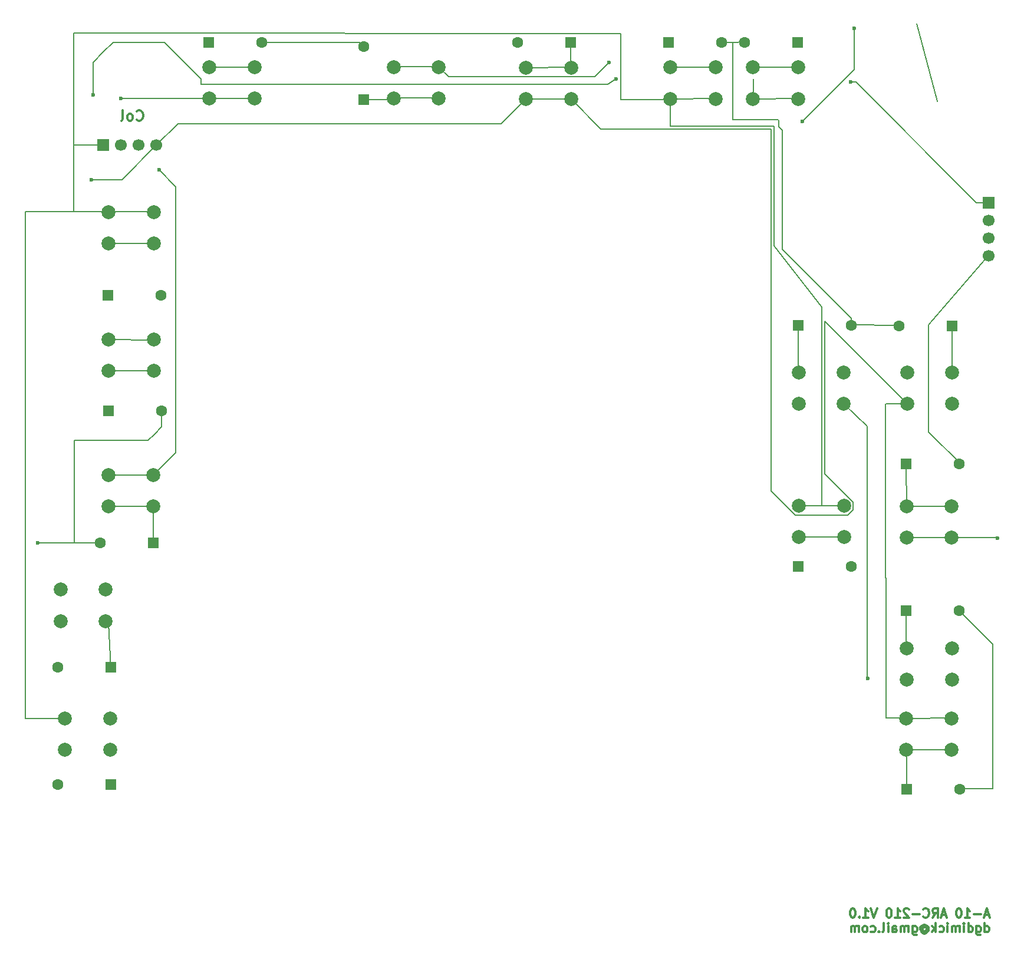
<source format=gbr>
%TF.GenerationSoftware,KiCad,Pcbnew,9.0.3*%
%TF.CreationDate,2025-07-23T06:43:18-06:00*%
%TF.ProjectId,ARC-210-Master-Board,4152432d-3231-4302-9d4d-61737465722d,rev?*%
%TF.SameCoordinates,Original*%
%TF.FileFunction,Copper,L2,Bot*%
%TF.FilePolarity,Positive*%
%FSLAX46Y46*%
G04 Gerber Fmt 4.6, Leading zero omitted, Abs format (unit mm)*
G04 Created by KiCad (PCBNEW 9.0.3) date 2025-07-23 06:43:18*
%MOMM*%
%LPD*%
G01*
G04 APERTURE LIST*
G04 Aperture macros list*
%AMRoundRect*
0 Rectangle with rounded corners*
0 $1 Rounding radius*
0 $2 $3 $4 $5 $6 $7 $8 $9 X,Y pos of 4 corners*
0 Add a 4 corners polygon primitive as box body*
4,1,4,$2,$3,$4,$5,$6,$7,$8,$9,$2,$3,0*
0 Add four circle primitives for the rounded corners*
1,1,$1+$1,$2,$3*
1,1,$1+$1,$4,$5*
1,1,$1+$1,$6,$7*
1,1,$1+$1,$8,$9*
0 Add four rect primitives between the rounded corners*
20,1,$1+$1,$2,$3,$4,$5,0*
20,1,$1+$1,$4,$5,$6,$7,0*
20,1,$1+$1,$6,$7,$8,$9,0*
20,1,$1+$1,$8,$9,$2,$3,0*%
G04 Aperture macros list end*
%TA.AperFunction,Conductor*%
%ADD10C,0.200000*%
%TD*%
%TA.AperFunction,NonConductor*%
%ADD11C,0.200000*%
%TD*%
%ADD12C,0.300000*%
%TA.AperFunction,NonConductor*%
%ADD13C,0.300000*%
%TD*%
%TA.AperFunction,ComponentPad*%
%ADD14C,2.000000*%
%TD*%
%TA.AperFunction,ComponentPad*%
%ADD15RoundRect,0.250000X-0.550000X-0.550000X0.550000X-0.550000X0.550000X0.550000X-0.550000X0.550000X0*%
%TD*%
%TA.AperFunction,ComponentPad*%
%ADD16C,1.600000*%
%TD*%
%TA.AperFunction,ComponentPad*%
%ADD17R,1.700000X1.700000*%
%TD*%
%TA.AperFunction,ComponentPad*%
%ADD18C,1.700000*%
%TD*%
%TA.AperFunction,ComponentPad*%
%ADD19RoundRect,0.250000X0.550000X0.550000X-0.550000X0.550000X-0.550000X-0.550000X0.550000X-0.550000X0*%
%TD*%
%TA.AperFunction,ComponentPad*%
%ADD20RoundRect,0.250000X0.550000X-0.550000X0.550000X0.550000X-0.550000X0.550000X-0.550000X-0.550000X0*%
%TD*%
%TA.AperFunction,ViaPad*%
%ADD21C,0.600000*%
%TD*%
G04 APERTURE END LIST*
D10*
%TO.N,Net-(D3-K)*%
X94210000Y-98200000D02*
X87790000Y-98200000D01*
%TO.N,Net-(D13-A)*%
X210290000Y-92220000D02*
X205530000Y-87570000D01*
%TO.N,Net-(J2-Pin_4)*%
X208960000Y-128640000D02*
X202580000Y-128650000D01*
%TO.N,Net-(J2-Pin_1)*%
X84880000Y-46340000D02*
X86990000Y-46340000D01*
%TO.N,Net-(D8-K)*%
X154150000Y-35100000D02*
X147670000Y-35190000D01*
%TO.N,Net-(D1-A)*%
X212376292Y-54570000D02*
X214130000Y-54600000D01*
X159450000Y-37610000D02*
X160460000Y-36920000D01*
%TO.N,Net-(J2-Pin_3)*%
X94190000Y-93690000D02*
X87810000Y-93690000D01*
%TO.N,Net-(J2-Pin_1)*%
X161290000Y-39800000D02*
X161290000Y-30309474D01*
%TO.N,Net-(D13-K)*%
X193390000Y-102650000D02*
X186860000Y-102650000D01*
%TO.N,Net-(D9-K)*%
X174970000Y-35150000D02*
X168440000Y-35170000D01*
%TO.N,Net-(D7-K)*%
X129190000Y-39545000D02*
X135540000Y-39520000D01*
%TO.N,Net-(J2-Pin_1)*%
X81510000Y-128660000D02*
X75790000Y-128680000D01*
X161290000Y-30309474D02*
X82760000Y-30260000D01*
%TO.N,Net-(D13-A)*%
X205530000Y-87570000D02*
X205530000Y-72147637D01*
X209930000Y-138800000D02*
X214780000Y-138800000D01*
%TO.N,Net-(D2-K)*%
X88120000Y-121340000D02*
X87740000Y-115000000D01*
%TO.N,Net-(J2-Pin_1)*%
X82760000Y-30260000D02*
X82760000Y-55840000D01*
%TO.N,Net-(D1-A)*%
X101040000Y-37620000D02*
X101040000Y-36810000D01*
%TO.N,Net-(J2-Pin_4)*%
X199380000Y-108460000D02*
X199400000Y-121090000D01*
%TO.N,Net-(D10-A)*%
X177410000Y-31610000D02*
X175670000Y-31610000D01*
%TO.N,Net-(D3-K)*%
X94180000Y-103420000D02*
X94180000Y-98199914D01*
%TO.N,Net-(J2-Pin_1)*%
X183300000Y-60820000D02*
X183300000Y-43579896D01*
X75790000Y-128680000D02*
X75770000Y-55870000D01*
X174960000Y-39650000D02*
X168400000Y-39680000D01*
%TO.N,Net-(J2-Pin_4)*%
X154110000Y-39660000D02*
X147470000Y-39660000D01*
%TO.N,Net-(D7-K)*%
X124380000Y-39770000D02*
X128740000Y-39770000D01*
%TO.N,Net-(J2-Pin_4)*%
X87770000Y-74270000D02*
X94300000Y-74360000D01*
%TO.N,Net-(J2-Pin_1)*%
X193388006Y-98150009D02*
X186990000Y-98150009D01*
%TO.N,Net-(D16-K)*%
X202350000Y-138850000D02*
X202350000Y-133159289D01*
%TO.N,Net-(J2-Pin_1)*%
X168460000Y-39750000D02*
X168460000Y-43587380D01*
X86990000Y-46340000D02*
X82770000Y-46340000D01*
%TO.N,Net-(D5-K)*%
X94260000Y-60420000D02*
X87790000Y-60420000D01*
%TO.N,Net-(J2-Pin_4)*%
X199380000Y-121090524D02*
X199380000Y-123890017D01*
%TO.N,Net-(D10-A)*%
X179130000Y-31530000D02*
X177410000Y-31610000D01*
%TO.N,Net-(J2-Pin_1)*%
X190189003Y-98150009D02*
X190189003Y-69594489D01*
%TO.N,Net-(D14-K)*%
X202260000Y-92160000D02*
X202350000Y-98200000D01*
%TO.N,Net-(D13-A)*%
X205570000Y-72020000D02*
X213640000Y-62700000D01*
%TO.N,Net-(D15-K)*%
X202300000Y-113160000D02*
X202300000Y-118712602D01*
%TO.N,Net-(J2-Pin_4)*%
X199370000Y-108430000D02*
X199370000Y-105350000D01*
X199380000Y-123880000D02*
X199380000Y-128590000D01*
%TO.N,Net-(D14-K)*%
X209040000Y-98180000D02*
X202490000Y-98210000D01*
%TO.N,Net-(J2-Pin_1)*%
X190189003Y-69594489D02*
X183300000Y-60820000D01*
%TO.N,Net-(J2-Pin_3)*%
X193330000Y-83470000D02*
X196720000Y-86650000D01*
%TO.N,Net-(D4-K)*%
X94270000Y-78770000D02*
X87820000Y-78770000D01*
%TO.N,Net-(D11-K)*%
X186790000Y-72240000D02*
X186790000Y-79160585D01*
%TO.N,Net-(J2-Pin_2)*%
X180330000Y-39510000D02*
X180330000Y-36819833D01*
%TO.N,Net-(J2-Pin_4)*%
X199380000Y-128590000D02*
X201610000Y-128590000D01*
%TO.N,Net-(J2-Pin_1)*%
X183300000Y-43579896D02*
X168460000Y-43587380D01*
%TO.N,Net-(J2-Pin_4)*%
X199370000Y-105350000D02*
X199370000Y-83510000D01*
%TO.N,Net-(J2-Pin_1)*%
X168460000Y-39750000D02*
X161289826Y-39750000D01*
X94300000Y-55870000D02*
X87770000Y-55830000D01*
%TO.N,Net-(D16-K)*%
X208830000Y-133150000D02*
X202260000Y-133160000D01*
%TO.N,Net-(D10-A)*%
X201240000Y-72230000D02*
X194340000Y-72160000D01*
%TO.N,Net-(J2-Pin_4)*%
X202490000Y-83510000D02*
X199380000Y-83510000D01*
%TO.N,Net-(J2-Pin_2)*%
X209090000Y-102710000D02*
X202770000Y-102680000D01*
%TO.N,Net-(J2-Pin_1)*%
X75770000Y-55870000D02*
X88180000Y-55870000D01*
%TO.N,Net-(D10-A)*%
X177410000Y-31610000D02*
X177410000Y-42630000D01*
%TO.N,Net-(D6-K)*%
X102250000Y-35120000D02*
X108840000Y-35120000D01*
%TO.N,Net-(D10-K)*%
X186850000Y-35150000D02*
X180310000Y-35160000D01*
D11*
X203850000Y-28850000D02*
X206790000Y-40070000D01*
D10*
%TO.N,Net-(J2-Pin_3)*%
X128680000Y-35045000D02*
X135270000Y-35045000D01*
%TO.N,Net-(J2-Pin_2)*%
X186790000Y-39650000D02*
X180290000Y-39670000D01*
D12*
D13*
X91798346Y-42667971D02*
X91869774Y-42739400D01*
X91869774Y-42739400D02*
X92084060Y-42810828D01*
X92084060Y-42810828D02*
X92226917Y-42810828D01*
X92226917Y-42810828D02*
X92441203Y-42739400D01*
X92441203Y-42739400D02*
X92584060Y-42596542D01*
X92584060Y-42596542D02*
X92655489Y-42453685D01*
X92655489Y-42453685D02*
X92726917Y-42167971D01*
X92726917Y-42167971D02*
X92726917Y-41953685D01*
X92726917Y-41953685D02*
X92655489Y-41667971D01*
X92655489Y-41667971D02*
X92584060Y-41525114D01*
X92584060Y-41525114D02*
X92441203Y-41382257D01*
X92441203Y-41382257D02*
X92226917Y-41310828D01*
X92226917Y-41310828D02*
X92084060Y-41310828D01*
X92084060Y-41310828D02*
X91869774Y-41382257D01*
X91869774Y-41382257D02*
X91798346Y-41453685D01*
X90941203Y-42810828D02*
X91084060Y-42739400D01*
X91084060Y-42739400D02*
X91155489Y-42667971D01*
X91155489Y-42667971D02*
X91226917Y-42525114D01*
X91226917Y-42525114D02*
X91226917Y-42096542D01*
X91226917Y-42096542D02*
X91155489Y-41953685D01*
X91155489Y-41953685D02*
X91084060Y-41882257D01*
X91084060Y-41882257D02*
X90941203Y-41810828D01*
X90941203Y-41810828D02*
X90726917Y-41810828D01*
X90726917Y-41810828D02*
X90584060Y-41882257D01*
X90584060Y-41882257D02*
X90512632Y-41953685D01*
X90512632Y-41953685D02*
X90441203Y-42096542D01*
X90441203Y-42096542D02*
X90441203Y-42525114D01*
X90441203Y-42525114D02*
X90512632Y-42667971D01*
X90512632Y-42667971D02*
X90584060Y-42739400D01*
X90584060Y-42739400D02*
X90726917Y-42810828D01*
X90726917Y-42810828D02*
X90941203Y-42810828D01*
X89584060Y-42810828D02*
X89726917Y-42739400D01*
X89726917Y-42739400D02*
X89798346Y-42596542D01*
X89798346Y-42596542D02*
X89798346Y-41310828D01*
D12*
D13*
X214205012Y-156900949D02*
X213585965Y-156900949D01*
X214328822Y-157272377D02*
X213895489Y-155972377D01*
X213895489Y-155972377D02*
X213462155Y-157272377D01*
X213028822Y-156777139D02*
X212038346Y-156777139D01*
X210738345Y-157272377D02*
X211481202Y-157272377D01*
X211109774Y-157272377D02*
X211109774Y-155972377D01*
X211109774Y-155972377D02*
X211233583Y-156158092D01*
X211233583Y-156158092D02*
X211357393Y-156281901D01*
X211357393Y-156281901D02*
X211481202Y-156343806D01*
X209933584Y-155972377D02*
X209809774Y-155972377D01*
X209809774Y-155972377D02*
X209685965Y-156034282D01*
X209685965Y-156034282D02*
X209624060Y-156096187D01*
X209624060Y-156096187D02*
X209562155Y-156219996D01*
X209562155Y-156219996D02*
X209500250Y-156467615D01*
X209500250Y-156467615D02*
X209500250Y-156777139D01*
X209500250Y-156777139D02*
X209562155Y-157024758D01*
X209562155Y-157024758D02*
X209624060Y-157148568D01*
X209624060Y-157148568D02*
X209685965Y-157210473D01*
X209685965Y-157210473D02*
X209809774Y-157272377D01*
X209809774Y-157272377D02*
X209933584Y-157272377D01*
X209933584Y-157272377D02*
X210057393Y-157210473D01*
X210057393Y-157210473D02*
X210119298Y-157148568D01*
X210119298Y-157148568D02*
X210181203Y-157024758D01*
X210181203Y-157024758D02*
X210243107Y-156777139D01*
X210243107Y-156777139D02*
X210243107Y-156467615D01*
X210243107Y-156467615D02*
X210181203Y-156219996D01*
X210181203Y-156219996D02*
X210119298Y-156096187D01*
X210119298Y-156096187D02*
X210057393Y-156034282D01*
X210057393Y-156034282D02*
X209933584Y-155972377D01*
X208014536Y-156900949D02*
X207395489Y-156900949D01*
X208138346Y-157272377D02*
X207705013Y-155972377D01*
X207705013Y-155972377D02*
X207271679Y-157272377D01*
X206095489Y-157272377D02*
X206528822Y-156653330D01*
X206838346Y-157272377D02*
X206838346Y-155972377D01*
X206838346Y-155972377D02*
X206343108Y-155972377D01*
X206343108Y-155972377D02*
X206219298Y-156034282D01*
X206219298Y-156034282D02*
X206157393Y-156096187D01*
X206157393Y-156096187D02*
X206095489Y-156219996D01*
X206095489Y-156219996D02*
X206095489Y-156405711D01*
X206095489Y-156405711D02*
X206157393Y-156529520D01*
X206157393Y-156529520D02*
X206219298Y-156591425D01*
X206219298Y-156591425D02*
X206343108Y-156653330D01*
X206343108Y-156653330D02*
X206838346Y-156653330D01*
X204795489Y-157148568D02*
X204857393Y-157210473D01*
X204857393Y-157210473D02*
X205043108Y-157272377D01*
X205043108Y-157272377D02*
X205166917Y-157272377D01*
X205166917Y-157272377D02*
X205352631Y-157210473D01*
X205352631Y-157210473D02*
X205476441Y-157086663D01*
X205476441Y-157086663D02*
X205538346Y-156962853D01*
X205538346Y-156962853D02*
X205600250Y-156715234D01*
X205600250Y-156715234D02*
X205600250Y-156529520D01*
X205600250Y-156529520D02*
X205538346Y-156281901D01*
X205538346Y-156281901D02*
X205476441Y-156158092D01*
X205476441Y-156158092D02*
X205352631Y-156034282D01*
X205352631Y-156034282D02*
X205166917Y-155972377D01*
X205166917Y-155972377D02*
X205043108Y-155972377D01*
X205043108Y-155972377D02*
X204857393Y-156034282D01*
X204857393Y-156034282D02*
X204795489Y-156096187D01*
X204238346Y-156777139D02*
X203247870Y-156777139D01*
X202690726Y-156096187D02*
X202628822Y-156034282D01*
X202628822Y-156034282D02*
X202505012Y-155972377D01*
X202505012Y-155972377D02*
X202195488Y-155972377D01*
X202195488Y-155972377D02*
X202071679Y-156034282D01*
X202071679Y-156034282D02*
X202009774Y-156096187D01*
X202009774Y-156096187D02*
X201947869Y-156219996D01*
X201947869Y-156219996D02*
X201947869Y-156343806D01*
X201947869Y-156343806D02*
X202009774Y-156529520D01*
X202009774Y-156529520D02*
X202752631Y-157272377D01*
X202752631Y-157272377D02*
X201947869Y-157272377D01*
X200709774Y-157272377D02*
X201452631Y-157272377D01*
X201081203Y-157272377D02*
X201081203Y-155972377D01*
X201081203Y-155972377D02*
X201205012Y-156158092D01*
X201205012Y-156158092D02*
X201328822Y-156281901D01*
X201328822Y-156281901D02*
X201452631Y-156343806D01*
X199905013Y-155972377D02*
X199781203Y-155972377D01*
X199781203Y-155972377D02*
X199657394Y-156034282D01*
X199657394Y-156034282D02*
X199595489Y-156096187D01*
X199595489Y-156096187D02*
X199533584Y-156219996D01*
X199533584Y-156219996D02*
X199471679Y-156467615D01*
X199471679Y-156467615D02*
X199471679Y-156777139D01*
X199471679Y-156777139D02*
X199533584Y-157024758D01*
X199533584Y-157024758D02*
X199595489Y-157148568D01*
X199595489Y-157148568D02*
X199657394Y-157210473D01*
X199657394Y-157210473D02*
X199781203Y-157272377D01*
X199781203Y-157272377D02*
X199905013Y-157272377D01*
X199905013Y-157272377D02*
X200028822Y-157210473D01*
X200028822Y-157210473D02*
X200090727Y-157148568D01*
X200090727Y-157148568D02*
X200152632Y-157024758D01*
X200152632Y-157024758D02*
X200214536Y-156777139D01*
X200214536Y-156777139D02*
X200214536Y-156467615D01*
X200214536Y-156467615D02*
X200152632Y-156219996D01*
X200152632Y-156219996D02*
X200090727Y-156096187D01*
X200090727Y-156096187D02*
X200028822Y-156034282D01*
X200028822Y-156034282D02*
X199905013Y-155972377D01*
X198109775Y-155972377D02*
X197676442Y-157272377D01*
X197676442Y-157272377D02*
X197243108Y-155972377D01*
X196128822Y-157272377D02*
X196871679Y-157272377D01*
X196500251Y-157272377D02*
X196500251Y-155972377D01*
X196500251Y-155972377D02*
X196624060Y-156158092D01*
X196624060Y-156158092D02*
X196747870Y-156281901D01*
X196747870Y-156281901D02*
X196871679Y-156343806D01*
X195571680Y-157148568D02*
X195509775Y-157210473D01*
X195509775Y-157210473D02*
X195571680Y-157272377D01*
X195571680Y-157272377D02*
X195633584Y-157210473D01*
X195633584Y-157210473D02*
X195571680Y-157148568D01*
X195571680Y-157148568D02*
X195571680Y-157272377D01*
X194705013Y-155972377D02*
X194581203Y-155972377D01*
X194581203Y-155972377D02*
X194457394Y-156034282D01*
X194457394Y-156034282D02*
X194395489Y-156096187D01*
X194395489Y-156096187D02*
X194333584Y-156219996D01*
X194333584Y-156219996D02*
X194271679Y-156467615D01*
X194271679Y-156467615D02*
X194271679Y-156777139D01*
X194271679Y-156777139D02*
X194333584Y-157024758D01*
X194333584Y-157024758D02*
X194395489Y-157148568D01*
X194395489Y-157148568D02*
X194457394Y-157210473D01*
X194457394Y-157210473D02*
X194581203Y-157272377D01*
X194581203Y-157272377D02*
X194705013Y-157272377D01*
X194705013Y-157272377D02*
X194828822Y-157210473D01*
X194828822Y-157210473D02*
X194890727Y-157148568D01*
X194890727Y-157148568D02*
X194952632Y-157024758D01*
X194952632Y-157024758D02*
X195014536Y-156777139D01*
X195014536Y-156777139D02*
X195014536Y-156467615D01*
X195014536Y-156467615D02*
X194952632Y-156219996D01*
X194952632Y-156219996D02*
X194890727Y-156096187D01*
X194890727Y-156096187D02*
X194828822Y-156034282D01*
X194828822Y-156034282D02*
X194705013Y-155972377D01*
X213585965Y-159365304D02*
X213585965Y-158065304D01*
X213585965Y-159303400D02*
X213709774Y-159365304D01*
X213709774Y-159365304D02*
X213957393Y-159365304D01*
X213957393Y-159365304D02*
X214081203Y-159303400D01*
X214081203Y-159303400D02*
X214143108Y-159241495D01*
X214143108Y-159241495D02*
X214205012Y-159117685D01*
X214205012Y-159117685D02*
X214205012Y-158746257D01*
X214205012Y-158746257D02*
X214143108Y-158622447D01*
X214143108Y-158622447D02*
X214081203Y-158560542D01*
X214081203Y-158560542D02*
X213957393Y-158498638D01*
X213957393Y-158498638D02*
X213709774Y-158498638D01*
X213709774Y-158498638D02*
X213585965Y-158560542D01*
X212409775Y-158498638D02*
X212409775Y-159551019D01*
X212409775Y-159551019D02*
X212471680Y-159674828D01*
X212471680Y-159674828D02*
X212533584Y-159736733D01*
X212533584Y-159736733D02*
X212657394Y-159798638D01*
X212657394Y-159798638D02*
X212843108Y-159798638D01*
X212843108Y-159798638D02*
X212966918Y-159736733D01*
X212409775Y-159303400D02*
X212533584Y-159365304D01*
X212533584Y-159365304D02*
X212781203Y-159365304D01*
X212781203Y-159365304D02*
X212905013Y-159303400D01*
X212905013Y-159303400D02*
X212966918Y-159241495D01*
X212966918Y-159241495D02*
X213028822Y-159117685D01*
X213028822Y-159117685D02*
X213028822Y-158746257D01*
X213028822Y-158746257D02*
X212966918Y-158622447D01*
X212966918Y-158622447D02*
X212905013Y-158560542D01*
X212905013Y-158560542D02*
X212781203Y-158498638D01*
X212781203Y-158498638D02*
X212533584Y-158498638D01*
X212533584Y-158498638D02*
X212409775Y-158560542D01*
X211233585Y-159365304D02*
X211233585Y-158065304D01*
X211233585Y-159303400D02*
X211357394Y-159365304D01*
X211357394Y-159365304D02*
X211605013Y-159365304D01*
X211605013Y-159365304D02*
X211728823Y-159303400D01*
X211728823Y-159303400D02*
X211790728Y-159241495D01*
X211790728Y-159241495D02*
X211852632Y-159117685D01*
X211852632Y-159117685D02*
X211852632Y-158746257D01*
X211852632Y-158746257D02*
X211790728Y-158622447D01*
X211790728Y-158622447D02*
X211728823Y-158560542D01*
X211728823Y-158560542D02*
X211605013Y-158498638D01*
X211605013Y-158498638D02*
X211357394Y-158498638D01*
X211357394Y-158498638D02*
X211233585Y-158560542D01*
X210614538Y-159365304D02*
X210614538Y-158498638D01*
X210614538Y-158065304D02*
X210676442Y-158127209D01*
X210676442Y-158127209D02*
X210614538Y-158189114D01*
X210614538Y-158189114D02*
X210552633Y-158127209D01*
X210552633Y-158127209D02*
X210614538Y-158065304D01*
X210614538Y-158065304D02*
X210614538Y-158189114D01*
X209995490Y-159365304D02*
X209995490Y-158498638D01*
X209995490Y-158622447D02*
X209933585Y-158560542D01*
X209933585Y-158560542D02*
X209809775Y-158498638D01*
X209809775Y-158498638D02*
X209624061Y-158498638D01*
X209624061Y-158498638D02*
X209500252Y-158560542D01*
X209500252Y-158560542D02*
X209438347Y-158684352D01*
X209438347Y-158684352D02*
X209438347Y-159365304D01*
X209438347Y-158684352D02*
X209376442Y-158560542D01*
X209376442Y-158560542D02*
X209252633Y-158498638D01*
X209252633Y-158498638D02*
X209066918Y-158498638D01*
X209066918Y-158498638D02*
X208943109Y-158560542D01*
X208943109Y-158560542D02*
X208881204Y-158684352D01*
X208881204Y-158684352D02*
X208881204Y-159365304D01*
X208262157Y-159365304D02*
X208262157Y-158498638D01*
X208262157Y-158065304D02*
X208324061Y-158127209D01*
X208324061Y-158127209D02*
X208262157Y-158189114D01*
X208262157Y-158189114D02*
X208200252Y-158127209D01*
X208200252Y-158127209D02*
X208262157Y-158065304D01*
X208262157Y-158065304D02*
X208262157Y-158189114D01*
X207085966Y-159303400D02*
X207209775Y-159365304D01*
X207209775Y-159365304D02*
X207457394Y-159365304D01*
X207457394Y-159365304D02*
X207581204Y-159303400D01*
X207581204Y-159303400D02*
X207643109Y-159241495D01*
X207643109Y-159241495D02*
X207705013Y-159117685D01*
X207705013Y-159117685D02*
X207705013Y-158746257D01*
X207705013Y-158746257D02*
X207643109Y-158622447D01*
X207643109Y-158622447D02*
X207581204Y-158560542D01*
X207581204Y-158560542D02*
X207457394Y-158498638D01*
X207457394Y-158498638D02*
X207209775Y-158498638D01*
X207209775Y-158498638D02*
X207085966Y-158560542D01*
X206528823Y-159365304D02*
X206528823Y-158065304D01*
X206405013Y-158870066D02*
X206033585Y-159365304D01*
X206033585Y-158498638D02*
X206528823Y-158993876D01*
X204671680Y-158746257D02*
X204733585Y-158684352D01*
X204733585Y-158684352D02*
X204857394Y-158622447D01*
X204857394Y-158622447D02*
X204981204Y-158622447D01*
X204981204Y-158622447D02*
X205105013Y-158684352D01*
X205105013Y-158684352D02*
X205166918Y-158746257D01*
X205166918Y-158746257D02*
X205228823Y-158870066D01*
X205228823Y-158870066D02*
X205228823Y-158993876D01*
X205228823Y-158993876D02*
X205166918Y-159117685D01*
X205166918Y-159117685D02*
X205105013Y-159179590D01*
X205105013Y-159179590D02*
X204981204Y-159241495D01*
X204981204Y-159241495D02*
X204857394Y-159241495D01*
X204857394Y-159241495D02*
X204733585Y-159179590D01*
X204733585Y-159179590D02*
X204671680Y-159117685D01*
X204671680Y-158622447D02*
X204671680Y-159117685D01*
X204671680Y-159117685D02*
X204609775Y-159179590D01*
X204609775Y-159179590D02*
X204547870Y-159179590D01*
X204547870Y-159179590D02*
X204424061Y-159117685D01*
X204424061Y-159117685D02*
X204362156Y-158993876D01*
X204362156Y-158993876D02*
X204362156Y-158684352D01*
X204362156Y-158684352D02*
X204485966Y-158498638D01*
X204485966Y-158498638D02*
X204671680Y-158374828D01*
X204671680Y-158374828D02*
X204919299Y-158312923D01*
X204919299Y-158312923D02*
X205166918Y-158374828D01*
X205166918Y-158374828D02*
X205352632Y-158498638D01*
X205352632Y-158498638D02*
X205476442Y-158684352D01*
X205476442Y-158684352D02*
X205538346Y-158931971D01*
X205538346Y-158931971D02*
X205476442Y-159179590D01*
X205476442Y-159179590D02*
X205352632Y-159365304D01*
X205352632Y-159365304D02*
X205166918Y-159489114D01*
X205166918Y-159489114D02*
X204919299Y-159551019D01*
X204919299Y-159551019D02*
X204671680Y-159489114D01*
X204671680Y-159489114D02*
X204485966Y-159365304D01*
X203247870Y-158498638D02*
X203247870Y-159551019D01*
X203247870Y-159551019D02*
X203309775Y-159674828D01*
X203309775Y-159674828D02*
X203371679Y-159736733D01*
X203371679Y-159736733D02*
X203495489Y-159798638D01*
X203495489Y-159798638D02*
X203681203Y-159798638D01*
X203681203Y-159798638D02*
X203805013Y-159736733D01*
X203247870Y-159303400D02*
X203371679Y-159365304D01*
X203371679Y-159365304D02*
X203619298Y-159365304D01*
X203619298Y-159365304D02*
X203743108Y-159303400D01*
X203743108Y-159303400D02*
X203805013Y-159241495D01*
X203805013Y-159241495D02*
X203866917Y-159117685D01*
X203866917Y-159117685D02*
X203866917Y-158746257D01*
X203866917Y-158746257D02*
X203805013Y-158622447D01*
X203805013Y-158622447D02*
X203743108Y-158560542D01*
X203743108Y-158560542D02*
X203619298Y-158498638D01*
X203619298Y-158498638D02*
X203371679Y-158498638D01*
X203371679Y-158498638D02*
X203247870Y-158560542D01*
X202628823Y-159365304D02*
X202628823Y-158498638D01*
X202628823Y-158622447D02*
X202566918Y-158560542D01*
X202566918Y-158560542D02*
X202443108Y-158498638D01*
X202443108Y-158498638D02*
X202257394Y-158498638D01*
X202257394Y-158498638D02*
X202133585Y-158560542D01*
X202133585Y-158560542D02*
X202071680Y-158684352D01*
X202071680Y-158684352D02*
X202071680Y-159365304D01*
X202071680Y-158684352D02*
X202009775Y-158560542D01*
X202009775Y-158560542D02*
X201885966Y-158498638D01*
X201885966Y-158498638D02*
X201700251Y-158498638D01*
X201700251Y-158498638D02*
X201576442Y-158560542D01*
X201576442Y-158560542D02*
X201514537Y-158684352D01*
X201514537Y-158684352D02*
X201514537Y-159365304D01*
X200338347Y-159365304D02*
X200338347Y-158684352D01*
X200338347Y-158684352D02*
X200400252Y-158560542D01*
X200400252Y-158560542D02*
X200524061Y-158498638D01*
X200524061Y-158498638D02*
X200771680Y-158498638D01*
X200771680Y-158498638D02*
X200895490Y-158560542D01*
X200338347Y-159303400D02*
X200462156Y-159365304D01*
X200462156Y-159365304D02*
X200771680Y-159365304D01*
X200771680Y-159365304D02*
X200895490Y-159303400D01*
X200895490Y-159303400D02*
X200957394Y-159179590D01*
X200957394Y-159179590D02*
X200957394Y-159055780D01*
X200957394Y-159055780D02*
X200895490Y-158931971D01*
X200895490Y-158931971D02*
X200771680Y-158870066D01*
X200771680Y-158870066D02*
X200462156Y-158870066D01*
X200462156Y-158870066D02*
X200338347Y-158808161D01*
X199719300Y-159365304D02*
X199719300Y-158498638D01*
X199719300Y-158065304D02*
X199781204Y-158127209D01*
X199781204Y-158127209D02*
X199719300Y-158189114D01*
X199719300Y-158189114D02*
X199657395Y-158127209D01*
X199657395Y-158127209D02*
X199719300Y-158065304D01*
X199719300Y-158065304D02*
X199719300Y-158189114D01*
X198914537Y-159365304D02*
X199038347Y-159303400D01*
X199038347Y-159303400D02*
X199100252Y-159179590D01*
X199100252Y-159179590D02*
X199100252Y-158065304D01*
X198419300Y-159241495D02*
X198357395Y-159303400D01*
X198357395Y-159303400D02*
X198419300Y-159365304D01*
X198419300Y-159365304D02*
X198481204Y-159303400D01*
X198481204Y-159303400D02*
X198419300Y-159241495D01*
X198419300Y-159241495D02*
X198419300Y-159365304D01*
X197243109Y-159303400D02*
X197366918Y-159365304D01*
X197366918Y-159365304D02*
X197614537Y-159365304D01*
X197614537Y-159365304D02*
X197738347Y-159303400D01*
X197738347Y-159303400D02*
X197800252Y-159241495D01*
X197800252Y-159241495D02*
X197862156Y-159117685D01*
X197862156Y-159117685D02*
X197862156Y-158746257D01*
X197862156Y-158746257D02*
X197800252Y-158622447D01*
X197800252Y-158622447D02*
X197738347Y-158560542D01*
X197738347Y-158560542D02*
X197614537Y-158498638D01*
X197614537Y-158498638D02*
X197366918Y-158498638D01*
X197366918Y-158498638D02*
X197243109Y-158560542D01*
X196500251Y-159365304D02*
X196624061Y-159303400D01*
X196624061Y-159303400D02*
X196685966Y-159241495D01*
X196685966Y-159241495D02*
X196747870Y-159117685D01*
X196747870Y-159117685D02*
X196747870Y-158746257D01*
X196747870Y-158746257D02*
X196685966Y-158622447D01*
X196685966Y-158622447D02*
X196624061Y-158560542D01*
X196624061Y-158560542D02*
X196500251Y-158498638D01*
X196500251Y-158498638D02*
X196314537Y-158498638D01*
X196314537Y-158498638D02*
X196190728Y-158560542D01*
X196190728Y-158560542D02*
X196128823Y-158622447D01*
X196128823Y-158622447D02*
X196066918Y-158746257D01*
X196066918Y-158746257D02*
X196066918Y-159117685D01*
X196066918Y-159117685D02*
X196128823Y-159241495D01*
X196128823Y-159241495D02*
X196190728Y-159303400D01*
X196190728Y-159303400D02*
X196314537Y-159365304D01*
X196314537Y-159365304D02*
X196500251Y-159365304D01*
X195509776Y-159365304D02*
X195509776Y-158498638D01*
X195509776Y-158622447D02*
X195447871Y-158560542D01*
X195447871Y-158560542D02*
X195324061Y-158498638D01*
X195324061Y-158498638D02*
X195138347Y-158498638D01*
X195138347Y-158498638D02*
X195014538Y-158560542D01*
X195014538Y-158560542D02*
X194952633Y-158684352D01*
X194952633Y-158684352D02*
X194952633Y-159365304D01*
X194952633Y-158684352D02*
X194890728Y-158560542D01*
X194890728Y-158560542D02*
X194766919Y-158498638D01*
X194766919Y-158498638D02*
X194581204Y-158498638D01*
X194581204Y-158498638D02*
X194457395Y-158560542D01*
X194457395Y-158560542D02*
X194395490Y-158684352D01*
X194395490Y-158684352D02*
X194395490Y-159365304D01*
%TD*%
D14*
%TO.P,SW10,1,1*%
%TO.N,Net-(D10-K)*%
X180310000Y-35160000D03*
X186810000Y-35160000D03*
%TO.P,SW10,2,2*%
%TO.N,Net-(J2-Pin_2)*%
X180310000Y-39660000D03*
X186810000Y-39660000D03*
%TD*%
%TO.P,SW14,1,1*%
%TO.N,Net-(D14-K)*%
X202350000Y-98200000D03*
X208850000Y-98200000D03*
%TO.P,SW14,2,2*%
%TO.N,Net-(J2-Pin_2)*%
X202350000Y-102700000D03*
X208850000Y-102700000D03*
%TD*%
%TO.P,SW1,1,1*%
%TO.N,Net-(D1-K)*%
X87980000Y-133190000D03*
X81480000Y-133190000D03*
%TO.P,SW1,2,2*%
%TO.N,Net-(J2-Pin_1)*%
X87980000Y-128690000D03*
X81480000Y-128690000D03*
%TD*%
%TO.P,SW2,1,1*%
%TO.N,Net-(D2-K)*%
X87350000Y-114680000D03*
X80850000Y-114680000D03*
%TO.P,SW2,2,2*%
%TO.N,Net-(J2-Pin_2)*%
X87350000Y-110180000D03*
X80850000Y-110180000D03*
%TD*%
%TO.P,SW7,1,1*%
%TO.N,Net-(D7-K)*%
X135200000Y-39590000D03*
X128700000Y-39590000D03*
%TO.P,SW7,2,2*%
%TO.N,Net-(J2-Pin_3)*%
X135200000Y-35090000D03*
X128700000Y-35090000D03*
%TD*%
%TO.P,SW3,1,1*%
%TO.N,Net-(D3-K)*%
X94210000Y-98200000D03*
X87710000Y-98200000D03*
%TO.P,SW3,2,2*%
%TO.N,Net-(J2-Pin_3)*%
X94210000Y-93700000D03*
X87710000Y-93700000D03*
%TD*%
%TO.P,SW11,1,1*%
%TO.N,Net-(D11-K)*%
X186865000Y-78980000D03*
X193365000Y-78980000D03*
%TO.P,SW11,2,2*%
%TO.N,Net-(J2-Pin_3)*%
X186865000Y-83480000D03*
X193365000Y-83480000D03*
%TD*%
%TO.P,SW8,1,1*%
%TO.N,Net-(D8-K)*%
X147670000Y-35190000D03*
X154170000Y-35190000D03*
%TO.P,SW8,2,2*%
%TO.N,Net-(J2-Pin_4)*%
X147670000Y-39690000D03*
X154170000Y-39690000D03*
%TD*%
%TO.P,SW16,1,1*%
%TO.N,Net-(D16-K)*%
X208830000Y-133150000D03*
X202330000Y-133150000D03*
%TO.P,SW16,2,2*%
%TO.N,Net-(J2-Pin_4)*%
X208830000Y-128650000D03*
X202330000Y-128650000D03*
%TD*%
%TO.P,SW5,1,1*%
%TO.N,Net-(D5-K)*%
X94260000Y-60420000D03*
X87760000Y-60420000D03*
%TO.P,SW5,2,2*%
%TO.N,Net-(J2-Pin_1)*%
X94260000Y-55920000D03*
X87760000Y-55920000D03*
%TD*%
%TO.P,SW9,1,1*%
%TO.N,Net-(D9-K)*%
X168440000Y-35170000D03*
X174940000Y-35170000D03*
%TO.P,SW9,2,2*%
%TO.N,Net-(J2-Pin_1)*%
X168440000Y-39670000D03*
X174940000Y-39670000D03*
%TD*%
%TO.P,SW12,1,1*%
%TO.N,Net-(D12-K)*%
X202440000Y-78980000D03*
X208940000Y-78980000D03*
%TO.P,SW12,2,2*%
%TO.N,Net-(J2-Pin_4)*%
X202440000Y-83480000D03*
X208940000Y-83480000D03*
%TD*%
%TO.P,SW6,1,1*%
%TO.N,Net-(D6-K)*%
X102250000Y-35120000D03*
X108750000Y-35120000D03*
%TO.P,SW6,2,2*%
%TO.N,Net-(J2-Pin_2)*%
X102250000Y-39620000D03*
X108750000Y-39620000D03*
%TD*%
%TO.P,SW15,1,1*%
%TO.N,Net-(D15-K)*%
X202370000Y-118590000D03*
X208870000Y-118590000D03*
%TO.P,SW15,2,2*%
%TO.N,Net-(J2-Pin_3)*%
X202370000Y-123090000D03*
X208870000Y-123090000D03*
%TD*%
%TO.P,SW13,1,1*%
%TO.N,Net-(D13-K)*%
X193390000Y-102650000D03*
X186890000Y-102650000D03*
%TO.P,SW13,2,2*%
%TO.N,Net-(J2-Pin_1)*%
X193390000Y-98150000D03*
X186890000Y-98150000D03*
%TD*%
%TO.P,SW4,1,1*%
%TO.N,Net-(D4-K)*%
X94270000Y-78770000D03*
X87770000Y-78770000D03*
%TO.P,SW4,2,2*%
%TO.N,Net-(J2-Pin_4)*%
X94270000Y-74270000D03*
X87770000Y-74270000D03*
%TD*%
D15*
%TO.P,D11,1,K*%
%TO.N,Net-(D11-K)*%
X186790000Y-72240000D03*
D16*
%TO.P,D11,2,A*%
%TO.N,Net-(D10-A)*%
X194410000Y-72240000D03*
%TD*%
D15*
%TO.P,D16,1,K*%
%TO.N,Net-(D16-K)*%
X202350000Y-138850000D03*
D16*
%TO.P,D16,2,A*%
%TO.N,Net-(D13-A)*%
X209970000Y-138850000D03*
%TD*%
D15*
%TO.P,D9,1,K*%
%TO.N,Net-(D9-K)*%
X168140000Y-31570000D03*
D16*
%TO.P,D9,2,A*%
%TO.N,Net-(D10-A)*%
X175760000Y-31570000D03*
%TD*%
D17*
%TO.P,J2,1,Pin_1*%
%TO.N,Net-(J2-Pin_1)*%
X86990000Y-46340000D03*
D18*
%TO.P,J2,2,Pin_2*%
%TO.N,Net-(J2-Pin_2)*%
X89530000Y-46340000D03*
%TO.P,J2,3,Pin_3*%
%TO.N,Net-(J2-Pin_3)*%
X92070000Y-46340000D03*
%TO.P,J2,4,Pin_4*%
%TO.N,Net-(J2-Pin_4)*%
X94610000Y-46340000D03*
%TD*%
D15*
%TO.P,D15,1,K*%
%TO.N,Net-(D15-K)*%
X202300000Y-113160000D03*
D16*
%TO.P,D15,2,A*%
%TO.N,Net-(D13-A)*%
X209920000Y-113160000D03*
%TD*%
D19*
%TO.P,D3,1,K*%
%TO.N,Net-(D3-K)*%
X94180000Y-103420000D03*
D16*
%TO.P,D3,2,A*%
%TO.N,Net-(D1-A)*%
X86560000Y-103420000D03*
%TD*%
D17*
%TO.P,J1,1,Pin_1*%
%TO.N,Net-(D1-A)*%
X214150000Y-54570000D03*
D18*
%TO.P,J1,2,Pin_2*%
%TO.N,Net-(D5-A)*%
X214150000Y-57110000D03*
%TO.P,J1,3,Pin_3*%
%TO.N,Net-(D10-A)*%
X214150000Y-59650000D03*
%TO.P,J1,4,Pin_4*%
%TO.N,Net-(D13-A)*%
X214150000Y-62190000D03*
%TD*%
D19*
%TO.P,D10,1,K*%
%TO.N,Net-(D10-K)*%
X186750000Y-31560000D03*
D16*
%TO.P,D10,2,A*%
%TO.N,Net-(D10-A)*%
X179130000Y-31560000D03*
%TD*%
D15*
%TO.P,D4,1,K*%
%TO.N,Net-(D4-K)*%
X87730000Y-84470000D03*
D16*
%TO.P,D4,2,A*%
%TO.N,Net-(D1-A)*%
X95350000Y-84470000D03*
%TD*%
D19*
%TO.P,D1,1,K*%
%TO.N,Net-(D1-K)*%
X88120000Y-138170000D03*
D16*
%TO.P,D1,2,A*%
%TO.N,Net-(D1-A)*%
X80500000Y-138170000D03*
%TD*%
D15*
%TO.P,D6,1,K*%
%TO.N,Net-(D6-K)*%
X102180000Y-31590000D03*
D16*
%TO.P,D6,2,A*%
%TO.N,Net-(D5-A)*%
X109800000Y-31590000D03*
%TD*%
D15*
%TO.P,D5,1,K*%
%TO.N,Net-(D5-K)*%
X87700000Y-67880000D03*
D16*
%TO.P,D5,2,A*%
%TO.N,Net-(D5-A)*%
X95320000Y-67880000D03*
%TD*%
D20*
%TO.P,D7,1,K*%
%TO.N,Net-(D7-K)*%
X124380000Y-39770000D03*
D16*
%TO.P,D7,2,A*%
%TO.N,Net-(D5-A)*%
X124380000Y-32150000D03*
%TD*%
D15*
%TO.P,D13,1,K*%
%TO.N,Net-(D13-K)*%
X186790000Y-106820000D03*
D16*
%TO.P,D13,2,A*%
%TO.N,Net-(D13-A)*%
X194410000Y-106820000D03*
%TD*%
D19*
%TO.P,D12,1,K*%
%TO.N,Net-(D12-K)*%
X208890000Y-72260000D03*
D16*
%TO.P,D12,2,A*%
%TO.N,Net-(D10-A)*%
X201270000Y-72260000D03*
%TD*%
D19*
%TO.P,D2,1,K*%
%TO.N,Net-(D2-K)*%
X88120000Y-121340000D03*
D16*
%TO.P,D2,2,A*%
%TO.N,Net-(D1-A)*%
X80500000Y-121340000D03*
%TD*%
D15*
%TO.P,D14,1,K*%
%TO.N,Net-(D14-K)*%
X202300000Y-92150000D03*
D16*
%TO.P,D14,2,A*%
%TO.N,Net-(D13-A)*%
X209920000Y-92150000D03*
%TD*%
D19*
%TO.P,D8,1,K*%
%TO.N,Net-(D8-K)*%
X154160000Y-31560000D03*
D16*
%TO.P,D8,2,A*%
%TO.N,Net-(D5-A)*%
X146540000Y-31560000D03*
%TD*%
D21*
%TO.N,Net-(D1-A)*%
X85530000Y-39150000D03*
X160640000Y-36820000D03*
X77610000Y-103420000D03*
X194370000Y-37270000D03*
%TO.N,Net-(J2-Pin_4)*%
X85250000Y-51290000D03*
%TO.N,Net-(J2-Pin_2)*%
X215450000Y-102760000D03*
X89540000Y-39599478D03*
%TO.N,Net-(J2-Pin_3)*%
X196800000Y-122970000D03*
X187380000Y-42930000D03*
X95030000Y-49890000D03*
X194810000Y-29560000D03*
X159590000Y-34480000D03*
%TD*%
D10*
%TO.N,Net-(D1-A)*%
X95350000Y-84470000D02*
X95350000Y-86800000D01*
X82850000Y-88700000D02*
X82850000Y-103380000D01*
X93450000Y-88700000D02*
X82850000Y-88700000D01*
X94310000Y-87840000D02*
X93450000Y-88700000D01*
X95350000Y-86800000D02*
X94310000Y-87840000D01*
X85530000Y-39150000D02*
X85530000Y-34440000D01*
X95260000Y-31570000D02*
X95790000Y-31570000D01*
X88400000Y-31570000D02*
X95260000Y-31570000D01*
X85530000Y-34440000D02*
X87020000Y-32950000D01*
X194370000Y-37270000D02*
X195076292Y-37270000D01*
X82819259Y-103420000D02*
X77610000Y-103420000D01*
X195076292Y-37270000D02*
X212376292Y-54570000D01*
X101050000Y-36830000D02*
X101050000Y-36840000D01*
X101040000Y-37620000D02*
X159440000Y-37620000D01*
X82890000Y-103420000D02*
X82850000Y-103380000D01*
X95790000Y-31570000D02*
X99960000Y-35740000D01*
X87020000Y-32950000D02*
X88400000Y-31570000D01*
X86560000Y-103420000D02*
X82890000Y-103420000D01*
X99960000Y-35740000D02*
X101050000Y-36830000D01*
%TO.N,Net-(D5-A)*%
X123820000Y-31590000D02*
X124380000Y-32150000D01*
X109800000Y-31590000D02*
X123820000Y-31590000D01*
%TO.N,Net-(D8-K)*%
X154160000Y-31560000D02*
X154160000Y-35180000D01*
X154160000Y-35180000D02*
X154170000Y-35190000D01*
%TO.N,Net-(D10-A)*%
X194410000Y-72240000D02*
X194410000Y-71200000D01*
X183850000Y-42630000D02*
X177410000Y-42630000D01*
X184510000Y-61300000D02*
X184510000Y-44222914D01*
X183980000Y-42760000D02*
X183850000Y-42630000D01*
X194410000Y-71200000D02*
X184510000Y-61300000D01*
X184510000Y-44222914D02*
X183980000Y-43692914D01*
X183980000Y-43692914D02*
X183980000Y-42760000D01*
%TO.N,Net-(D12-K)*%
X208890000Y-78930000D02*
X208940000Y-78980000D01*
X208890000Y-72260000D02*
X208890000Y-78930000D01*
%TO.N,Net-(D13-A)*%
X209920000Y-113160000D02*
X214780000Y-118020000D01*
X214780000Y-118020000D02*
X214780000Y-138800000D01*
%TO.N,Net-(J2-Pin_4)*%
X190606980Y-93527088D02*
X194691000Y-97611108D01*
X193928892Y-99451000D02*
X186351108Y-99451000D01*
X182899000Y-95998892D02*
X182899000Y-43981098D01*
X194691000Y-98688892D02*
X193928892Y-99451000D01*
X158468297Y-43988297D02*
X154170000Y-39690000D01*
X186351108Y-99451000D02*
X182899000Y-95998892D01*
X190606980Y-71646980D02*
X190606980Y-93527088D01*
X182899000Y-43981098D02*
X168626183Y-43988297D01*
X194691000Y-97611108D02*
X194691000Y-98688892D01*
X147670000Y-39690000D02*
X144140000Y-43220000D01*
X97730000Y-43220000D02*
X94610000Y-46340000D01*
X168626183Y-43988297D02*
X158468297Y-43988297D01*
X94610000Y-46340000D02*
X89660000Y-51290000D01*
X202440000Y-83480000D02*
X190606980Y-71646980D01*
X89660000Y-51290000D02*
X85250000Y-51290000D01*
X144140000Y-43220000D02*
X97730000Y-43220000D01*
%TO.N,Net-(J2-Pin_2)*%
X215390000Y-102700000D02*
X215450000Y-102760000D01*
X208850000Y-102700000D02*
X215390000Y-102700000D01*
X108750000Y-39620000D02*
X102250000Y-39620000D01*
X208850000Y-102700000D02*
X208890000Y-102740000D01*
X89560522Y-39620000D02*
X89540000Y-39599478D01*
X102250000Y-39620000D02*
X89560522Y-39620000D01*
%TO.N,Net-(J2-Pin_3)*%
X135200000Y-35090000D02*
X136601000Y-36491000D01*
X194810000Y-29560000D02*
X194810000Y-35500000D01*
X97420000Y-52280000D02*
X95030000Y-49890000D01*
X94210000Y-93700000D02*
X97420000Y-90490000D01*
X136601000Y-36491000D02*
X157579000Y-36491000D01*
X157579000Y-36491000D02*
X159590000Y-34480000D01*
X97420000Y-90490000D02*
X97420000Y-88720000D01*
X196720000Y-122890000D02*
X196800000Y-122970000D01*
X194810000Y-35500000D02*
X187380000Y-42930000D01*
X196720000Y-86650000D02*
X196720000Y-122890000D01*
X97420000Y-88720000D02*
X97420000Y-52280000D01*
%TD*%
M02*

</source>
